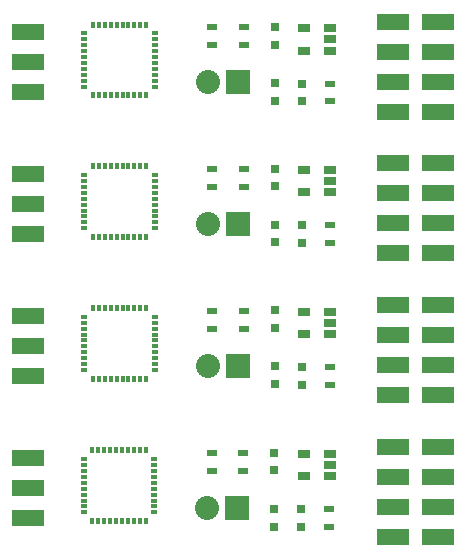
<source format=gts>
G04 #@! TF.FileFunction,Soldermask,Top*
%FSLAX46Y46*%
G04 Gerber Fmt 4.6, Leading zero omitted, Abs format (unit mm)*
G04 Created by KiCad (PCBNEW 4.0.2-stable) date 12.07.2016 15:23:50*
%MOMM*%
G01*
G04 APERTURE LIST*
%ADD10C,0.100000*%
%ADD11R,2.032000X2.032000*%
%ADD12O,2.032000X2.032000*%
%ADD13R,2.799080X1.397000*%
%ADD14R,2.799080X1.399540*%
%ADD15R,1.060000X0.650000*%
%ADD16R,0.300000X0.500000*%
%ADD17R,0.500000X0.300000*%
%ADD18R,0.900000X0.500000*%
%ADD19R,0.750000X0.800000*%
G04 APERTURE END LIST*
D10*
D11*
X144885000Y-114685000D03*
D12*
X142345000Y-114685000D03*
D13*
X161860000Y-117160000D03*
X158050000Y-117160000D03*
X161860000Y-114620000D03*
X158050000Y-114620000D03*
X161860000Y-112080000D03*
X158050000Y-109540000D03*
X161860000Y-109540000D03*
D14*
X158050000Y-112080000D03*
D15*
X152735000Y-111985000D03*
X152735000Y-111035000D03*
X152735000Y-110085000D03*
X150535000Y-110085000D03*
X150535000Y-111985000D03*
D13*
X127150000Y-110440000D03*
X127150000Y-112980000D03*
D14*
X127150000Y-115520000D03*
D16*
X137135000Y-109785000D03*
X136635000Y-109785000D03*
X136135000Y-109785000D03*
X135635000Y-109785000D03*
X135135000Y-109785000D03*
X134635000Y-109785000D03*
X134135000Y-109785000D03*
X133635000Y-109785000D03*
X133135000Y-109785000D03*
X132635000Y-109785000D03*
D17*
X131885000Y-110535000D03*
X131885000Y-111035000D03*
X131885000Y-111535000D03*
X131885000Y-112035000D03*
X131885000Y-112535000D03*
X131885000Y-113035000D03*
X131885000Y-113535000D03*
X131885000Y-114035000D03*
X131885000Y-114535000D03*
X131885000Y-115035000D03*
D16*
X132635000Y-115785000D03*
X133135000Y-115785000D03*
X133635000Y-115785000D03*
X134135000Y-115785000D03*
X134635000Y-115785000D03*
X135135000Y-115785000D03*
X135635000Y-115785000D03*
X136135000Y-115785000D03*
X136635000Y-115785000D03*
X137135000Y-115785000D03*
D17*
X137885000Y-115035000D03*
X137885000Y-114535000D03*
X137885000Y-114035000D03*
X137885000Y-113535000D03*
X137885000Y-113035000D03*
X137885000Y-112535000D03*
X137885000Y-112035000D03*
X137885000Y-111535000D03*
X137885000Y-111035000D03*
X137885000Y-110535000D03*
D18*
X152685000Y-114785000D03*
X152685000Y-116285000D03*
X145385000Y-111535000D03*
X145385000Y-110035000D03*
X142735000Y-111535000D03*
X142735000Y-110035000D03*
D19*
X148035000Y-109985000D03*
X148035000Y-111485000D03*
X148035000Y-116235000D03*
X148035000Y-114735000D03*
X150335000Y-116285000D03*
X150335000Y-114785000D03*
D11*
X144935000Y-102635000D03*
D12*
X142395000Y-102635000D03*
D13*
X161910000Y-105110000D03*
X158100000Y-105110000D03*
X161910000Y-102570000D03*
X158100000Y-102570000D03*
X161910000Y-100030000D03*
X158100000Y-97490000D03*
X161910000Y-97490000D03*
D14*
X158100000Y-100030000D03*
D15*
X152785000Y-99935000D03*
X152785000Y-98985000D03*
X152785000Y-98035000D03*
X150585000Y-98035000D03*
X150585000Y-99935000D03*
D13*
X127200000Y-98390000D03*
X127200000Y-100930000D03*
D14*
X127200000Y-103470000D03*
D16*
X137185000Y-97735000D03*
X136685000Y-97735000D03*
X136185000Y-97735000D03*
X135685000Y-97735000D03*
X135185000Y-97735000D03*
X134685000Y-97735000D03*
X134185000Y-97735000D03*
X133685000Y-97735000D03*
X133185000Y-97735000D03*
X132685000Y-97735000D03*
D17*
X131935000Y-98485000D03*
X131935000Y-98985000D03*
X131935000Y-99485000D03*
X131935000Y-99985000D03*
X131935000Y-100485000D03*
X131935000Y-100985000D03*
X131935000Y-101485000D03*
X131935000Y-101985000D03*
X131935000Y-102485000D03*
X131935000Y-102985000D03*
D16*
X132685000Y-103735000D03*
X133185000Y-103735000D03*
X133685000Y-103735000D03*
X134185000Y-103735000D03*
X134685000Y-103735000D03*
X135185000Y-103735000D03*
X135685000Y-103735000D03*
X136185000Y-103735000D03*
X136685000Y-103735000D03*
X137185000Y-103735000D03*
D17*
X137935000Y-102985000D03*
X137935000Y-102485000D03*
X137935000Y-101985000D03*
X137935000Y-101485000D03*
X137935000Y-100985000D03*
X137935000Y-100485000D03*
X137935000Y-99985000D03*
X137935000Y-99485000D03*
X137935000Y-98985000D03*
X137935000Y-98485000D03*
D18*
X152735000Y-102735000D03*
X152735000Y-104235000D03*
X145435000Y-99485000D03*
X145435000Y-97985000D03*
X142785000Y-99485000D03*
X142785000Y-97985000D03*
D19*
X148085000Y-97935000D03*
X148085000Y-99435000D03*
X148085000Y-104185000D03*
X148085000Y-102685000D03*
X150385000Y-104235000D03*
X150385000Y-102735000D03*
D11*
X144935000Y-90635000D03*
D12*
X142395000Y-90635000D03*
D13*
X161910000Y-93110000D03*
X158100000Y-93110000D03*
X161910000Y-90570000D03*
X158100000Y-90570000D03*
X161910000Y-88030000D03*
X158100000Y-85490000D03*
X161910000Y-85490000D03*
D14*
X158100000Y-88030000D03*
D15*
X152785000Y-87935000D03*
X152785000Y-86985000D03*
X152785000Y-86035000D03*
X150585000Y-86035000D03*
X150585000Y-87935000D03*
D13*
X127200000Y-86390000D03*
X127200000Y-88930000D03*
D14*
X127200000Y-91470000D03*
D16*
X137185000Y-85735000D03*
X136685000Y-85735000D03*
X136185000Y-85735000D03*
X135685000Y-85735000D03*
X135185000Y-85735000D03*
X134685000Y-85735000D03*
X134185000Y-85735000D03*
X133685000Y-85735000D03*
X133185000Y-85735000D03*
X132685000Y-85735000D03*
D17*
X131935000Y-86485000D03*
X131935000Y-86985000D03*
X131935000Y-87485000D03*
X131935000Y-87985000D03*
X131935000Y-88485000D03*
X131935000Y-88985000D03*
X131935000Y-89485000D03*
X131935000Y-89985000D03*
X131935000Y-90485000D03*
X131935000Y-90985000D03*
D16*
X132685000Y-91735000D03*
X133185000Y-91735000D03*
X133685000Y-91735000D03*
X134185000Y-91735000D03*
X134685000Y-91735000D03*
X135185000Y-91735000D03*
X135685000Y-91735000D03*
X136185000Y-91735000D03*
X136685000Y-91735000D03*
X137185000Y-91735000D03*
D17*
X137935000Y-90985000D03*
X137935000Y-90485000D03*
X137935000Y-89985000D03*
X137935000Y-89485000D03*
X137935000Y-88985000D03*
X137935000Y-88485000D03*
X137935000Y-87985000D03*
X137935000Y-87485000D03*
X137935000Y-86985000D03*
X137935000Y-86485000D03*
D18*
X152735000Y-90735000D03*
X152735000Y-92235000D03*
X145435000Y-87485000D03*
X145435000Y-85985000D03*
X142785000Y-87485000D03*
X142785000Y-85985000D03*
D19*
X148085000Y-85935000D03*
X148085000Y-87435000D03*
X148085000Y-92185000D03*
X148085000Y-90685000D03*
X150385000Y-92235000D03*
X150385000Y-90735000D03*
D11*
X144935000Y-78635000D03*
D12*
X142395000Y-78635000D03*
D13*
X161910000Y-81110000D03*
X158100000Y-81110000D03*
X161910000Y-78570000D03*
X158100000Y-78570000D03*
X161910000Y-76030000D03*
X158100000Y-73490000D03*
X161910000Y-73490000D03*
D14*
X158100000Y-76030000D03*
D15*
X152785000Y-75935000D03*
X152785000Y-74985000D03*
X152785000Y-74035000D03*
X150585000Y-74035000D03*
X150585000Y-75935000D03*
D13*
X127200000Y-74390000D03*
X127200000Y-76930000D03*
D14*
X127200000Y-79470000D03*
D16*
X137185000Y-73735000D03*
X136685000Y-73735000D03*
X136185000Y-73735000D03*
X135685000Y-73735000D03*
X135185000Y-73735000D03*
X134685000Y-73735000D03*
X134185000Y-73735000D03*
X133685000Y-73735000D03*
X133185000Y-73735000D03*
X132685000Y-73735000D03*
D17*
X131935000Y-74485000D03*
X131935000Y-74985000D03*
X131935000Y-75485000D03*
X131935000Y-75985000D03*
X131935000Y-76485000D03*
X131935000Y-76985000D03*
X131935000Y-77485000D03*
X131935000Y-77985000D03*
X131935000Y-78485000D03*
X131935000Y-78985000D03*
D16*
X132685000Y-79735000D03*
X133185000Y-79735000D03*
X133685000Y-79735000D03*
X134185000Y-79735000D03*
X134685000Y-79735000D03*
X135185000Y-79735000D03*
X135685000Y-79735000D03*
X136185000Y-79735000D03*
X136685000Y-79735000D03*
X137185000Y-79735000D03*
D17*
X137935000Y-78985000D03*
X137935000Y-78485000D03*
X137935000Y-77985000D03*
X137935000Y-77485000D03*
X137935000Y-76985000D03*
X137935000Y-76485000D03*
X137935000Y-75985000D03*
X137935000Y-75485000D03*
X137935000Y-74985000D03*
X137935000Y-74485000D03*
D18*
X152735000Y-78735000D03*
X152735000Y-80235000D03*
X145435000Y-75485000D03*
X145435000Y-73985000D03*
X142785000Y-75485000D03*
X142785000Y-73985000D03*
D19*
X148085000Y-73935000D03*
X148085000Y-75435000D03*
X148085000Y-80185000D03*
X148085000Y-78685000D03*
X150385000Y-80235000D03*
X150385000Y-78735000D03*
M02*

</source>
